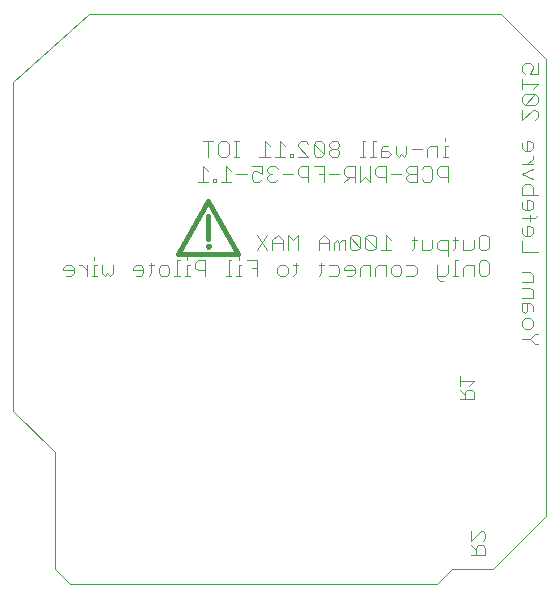
<source format=gbo>
G75*
%MOIN*%
%OFA0B0*%
%FSLAX25Y25*%
%IPPOS*%
%LPD*%
%AMOC8*
5,1,8,0,0,1.08239X$1,22.5*
%
%ADD10C,0.00000*%
%ADD11C,0.00400*%
%ADD12C,0.01600*%
%ADD13C,0.01000*%
D10*
X0189911Y0200358D02*
X0176161Y0214108D01*
X0176161Y0323988D01*
X0201321Y0346608D01*
X0338661Y0346608D01*
X0353661Y0331608D01*
X0353661Y0179108D01*
X0336161Y0161608D01*
X0322411Y0161608D01*
X0317411Y0156608D01*
X0194911Y0156608D01*
X0189911Y0161608D01*
X0189911Y0200358D01*
D11*
X0193746Y0259308D02*
X0195480Y0259308D01*
X0196348Y0260175D01*
X0196348Y0261910D01*
X0195480Y0262777D01*
X0193746Y0262777D01*
X0192878Y0261910D01*
X0192878Y0261042D01*
X0196348Y0261042D01*
X0198043Y0262777D02*
X0198910Y0262777D01*
X0200645Y0261042D01*
X0200645Y0259308D02*
X0200645Y0262777D01*
X0203215Y0262777D02*
X0203215Y0259308D01*
X0204082Y0259308D02*
X0202348Y0259308D01*
X0205769Y0260175D02*
X0205769Y0262777D01*
X0204082Y0262777D02*
X0203215Y0262777D01*
X0203215Y0264512D02*
X0203215Y0265379D01*
X0205769Y0260175D02*
X0206637Y0259308D01*
X0207504Y0260175D01*
X0208371Y0259308D01*
X0209239Y0260175D01*
X0209239Y0262777D01*
X0216082Y0261910D02*
X0216082Y0261042D01*
X0219552Y0261042D01*
X0219552Y0260175D02*
X0219552Y0261910D01*
X0218684Y0262777D01*
X0216949Y0262777D01*
X0216082Y0261910D01*
X0216949Y0259308D02*
X0218684Y0259308D01*
X0219552Y0260175D01*
X0221254Y0259308D02*
X0222122Y0260175D01*
X0222122Y0263645D01*
X0222989Y0262777D02*
X0221254Y0262777D01*
X0224676Y0261910D02*
X0224676Y0260175D01*
X0225543Y0259308D01*
X0227278Y0259308D01*
X0228146Y0260175D01*
X0228146Y0261910D01*
X0227278Y0262777D01*
X0225543Y0262777D01*
X0224676Y0261910D01*
X0229848Y0259308D02*
X0231583Y0259308D01*
X0230716Y0259308D02*
X0230716Y0264512D01*
X0231583Y0264512D01*
X0234153Y0264512D02*
X0234153Y0265379D01*
X0234153Y0262777D02*
X0234153Y0259308D01*
X0233286Y0259308D02*
X0235021Y0259308D01*
X0237575Y0261042D02*
X0240177Y0261042D01*
X0240177Y0259308D02*
X0240177Y0264512D01*
X0237575Y0264512D01*
X0236708Y0263645D01*
X0236708Y0261910D01*
X0237575Y0261042D01*
X0235021Y0262777D02*
X0234153Y0262777D01*
X0247036Y0259308D02*
X0248771Y0259308D01*
X0247904Y0259308D02*
X0247904Y0264512D01*
X0248771Y0264512D01*
X0251341Y0264512D02*
X0251341Y0265379D01*
X0251341Y0262777D02*
X0251341Y0259308D01*
X0250474Y0259308D02*
X0252209Y0259308D01*
X0252209Y0262777D02*
X0251341Y0262777D01*
X0253896Y0264512D02*
X0257365Y0264512D01*
X0257365Y0259308D01*
X0257365Y0261910D02*
X0255630Y0261910D01*
X0257333Y0267708D02*
X0260803Y0272912D01*
X0262490Y0271177D02*
X0262490Y0267708D01*
X0260803Y0267708D02*
X0257333Y0272912D01*
X0262490Y0271177D02*
X0264224Y0272912D01*
X0265959Y0271177D01*
X0265959Y0267708D01*
X0267646Y0267708D02*
X0267646Y0272912D01*
X0269381Y0271177D01*
X0271116Y0272912D01*
X0271116Y0267708D01*
X0270248Y0263645D02*
X0270248Y0260175D01*
X0269381Y0259308D01*
X0267678Y0260175D02*
X0267678Y0261910D01*
X0266811Y0262777D01*
X0265076Y0262777D01*
X0264208Y0261910D01*
X0264208Y0260175D01*
X0265076Y0259308D01*
X0266811Y0259308D01*
X0267678Y0260175D01*
X0269381Y0262777D02*
X0271116Y0262777D01*
X0265959Y0270310D02*
X0262490Y0270310D01*
X0277959Y0270310D02*
X0281428Y0270310D01*
X0281428Y0271177D02*
X0281428Y0267708D01*
X0283115Y0267708D02*
X0283115Y0270310D01*
X0283983Y0271177D01*
X0284850Y0270310D01*
X0284850Y0267708D01*
X0286585Y0267708D02*
X0286585Y0271177D01*
X0285717Y0271177D01*
X0284850Y0270310D01*
X0281428Y0271177D02*
X0279694Y0272912D01*
X0277959Y0271177D01*
X0277959Y0267708D01*
X0278842Y0263645D02*
X0278842Y0260175D01*
X0277975Y0259308D01*
X0281396Y0259308D02*
X0283999Y0259308D01*
X0284866Y0260175D01*
X0284866Y0261910D01*
X0283999Y0262777D01*
X0281396Y0262777D01*
X0279710Y0262777D02*
X0277975Y0262777D01*
X0286553Y0261910D02*
X0286553Y0261042D01*
X0290022Y0261042D01*
X0290022Y0260175D02*
X0290022Y0261910D01*
X0289155Y0262777D01*
X0287420Y0262777D01*
X0286553Y0261910D01*
X0287420Y0259308D02*
X0289155Y0259308D01*
X0290022Y0260175D01*
X0291709Y0259308D02*
X0291709Y0261910D01*
X0292577Y0262777D01*
X0295179Y0262777D01*
X0295179Y0259308D01*
X0296866Y0259308D02*
X0296866Y0261910D01*
X0297733Y0262777D01*
X0300335Y0262777D01*
X0300335Y0259308D01*
X0302022Y0260175D02*
X0302022Y0261910D01*
X0302889Y0262777D01*
X0304624Y0262777D01*
X0305492Y0261910D01*
X0305492Y0260175D01*
X0304624Y0259308D01*
X0302889Y0259308D01*
X0302022Y0260175D01*
X0307178Y0259308D02*
X0309781Y0259308D01*
X0310648Y0260175D01*
X0310648Y0261910D01*
X0309781Y0262777D01*
X0307178Y0262777D01*
X0308913Y0267708D02*
X0309781Y0268575D01*
X0309781Y0272045D01*
X0310648Y0271177D02*
X0308913Y0271177D01*
X0312335Y0271177D02*
X0312335Y0267708D01*
X0314937Y0267708D01*
X0315804Y0268575D01*
X0315804Y0271177D01*
X0317491Y0270310D02*
X0317491Y0268575D01*
X0318359Y0267708D01*
X0320961Y0267708D01*
X0322664Y0267708D02*
X0323531Y0268575D01*
X0323531Y0272045D01*
X0324398Y0271177D02*
X0322664Y0271177D01*
X0320961Y0271177D02*
X0320961Y0265973D01*
X0323531Y0264512D02*
X0323531Y0259308D01*
X0324398Y0259308D02*
X0322664Y0259308D01*
X0320961Y0260175D02*
X0320961Y0262777D01*
X0320961Y0260175D02*
X0320093Y0259308D01*
X0317491Y0259308D01*
X0317491Y0258440D02*
X0318359Y0257573D01*
X0319226Y0257573D01*
X0317491Y0258440D02*
X0317491Y0262777D01*
X0317491Y0270310D02*
X0318359Y0271177D01*
X0320961Y0271177D01*
X0326085Y0271177D02*
X0326085Y0267708D01*
X0328687Y0267708D01*
X0329555Y0268575D01*
X0329555Y0271177D01*
X0331241Y0272045D02*
X0332109Y0272912D01*
X0333844Y0272912D01*
X0334711Y0272045D01*
X0334711Y0268575D01*
X0333844Y0267708D01*
X0332109Y0267708D01*
X0331241Y0268575D01*
X0331241Y0272045D01*
X0332109Y0264512D02*
X0331241Y0263645D01*
X0331241Y0260175D01*
X0332109Y0259308D01*
X0333844Y0259308D01*
X0334711Y0260175D01*
X0334711Y0263645D01*
X0333844Y0264512D01*
X0332109Y0264512D01*
X0329555Y0262777D02*
X0326953Y0262777D01*
X0326085Y0261910D01*
X0326085Y0259308D01*
X0329555Y0259308D02*
X0329555Y0262777D01*
X0324398Y0264512D02*
X0323531Y0264512D01*
X0302054Y0267708D02*
X0298584Y0267708D01*
X0300319Y0267708D02*
X0300319Y0272912D01*
X0302054Y0271177D01*
X0296898Y0272045D02*
X0296898Y0268575D01*
X0293428Y0272045D01*
X0293428Y0268575D01*
X0294295Y0267708D01*
X0296030Y0267708D01*
X0296898Y0268575D01*
X0296898Y0272045D02*
X0296030Y0272912D01*
X0294295Y0272912D01*
X0293428Y0272045D01*
X0291741Y0272045D02*
X0291741Y0268575D01*
X0288272Y0272045D01*
X0288272Y0268575D01*
X0289139Y0267708D01*
X0290874Y0267708D01*
X0291741Y0268575D01*
X0291741Y0272045D02*
X0290874Y0272912D01*
X0289139Y0272912D01*
X0288272Y0272045D01*
X0286553Y0290558D02*
X0288288Y0292292D01*
X0287421Y0292292D02*
X0290023Y0292292D01*
X0290023Y0290558D02*
X0290023Y0295762D01*
X0287421Y0295762D01*
X0286553Y0294895D01*
X0286553Y0293160D01*
X0287421Y0292292D01*
X0284866Y0293160D02*
X0281397Y0293160D01*
X0279710Y0293160D02*
X0277975Y0293160D01*
X0279710Y0295762D02*
X0276240Y0295762D01*
X0274554Y0295762D02*
X0274554Y0290558D01*
X0274554Y0292292D02*
X0271951Y0292292D01*
X0271084Y0293160D01*
X0271084Y0294895D01*
X0271951Y0295762D01*
X0274554Y0295762D01*
X0274554Y0298958D02*
X0271084Y0302427D01*
X0271084Y0303295D01*
X0271951Y0304162D01*
X0273686Y0304162D01*
X0274554Y0303295D01*
X0276240Y0303295D02*
X0277108Y0304162D01*
X0278843Y0304162D01*
X0279710Y0303295D01*
X0279710Y0299825D01*
X0276240Y0303295D01*
X0276240Y0299825D01*
X0277108Y0298958D01*
X0278843Y0298958D01*
X0279710Y0299825D01*
X0281397Y0299825D02*
X0282264Y0298958D01*
X0283999Y0298958D01*
X0284866Y0299825D01*
X0284866Y0300692D01*
X0283999Y0301560D01*
X0282264Y0301560D01*
X0281397Y0300692D01*
X0281397Y0299825D01*
X0282264Y0301560D02*
X0281397Y0302427D01*
X0281397Y0303295D01*
X0282264Y0304162D01*
X0283999Y0304162D01*
X0284866Y0303295D01*
X0284866Y0302427D01*
X0283999Y0301560D01*
X0279710Y0295762D02*
X0279710Y0290558D01*
X0274554Y0298958D02*
X0271084Y0298958D01*
X0269397Y0298958D02*
X0268530Y0298958D01*
X0268530Y0299825D01*
X0269397Y0299825D01*
X0269397Y0298958D01*
X0266819Y0298958D02*
X0263349Y0298958D01*
X0261663Y0298958D02*
X0258193Y0298958D01*
X0259928Y0298958D02*
X0259928Y0304162D01*
X0261663Y0302427D01*
X0265084Y0304162D02*
X0265084Y0298958D01*
X0263373Y0295762D02*
X0261639Y0295762D01*
X0260771Y0294895D01*
X0260771Y0294027D01*
X0261639Y0293160D01*
X0260771Y0292292D01*
X0260771Y0291425D01*
X0261639Y0290558D01*
X0263373Y0290558D01*
X0264241Y0291425D01*
X0265928Y0293160D02*
X0269397Y0293160D01*
X0264241Y0294895D02*
X0263373Y0295762D01*
X0262506Y0293160D02*
X0261639Y0293160D01*
X0259084Y0293160D02*
X0259084Y0295762D01*
X0255615Y0295762D01*
X0256482Y0294027D02*
X0255615Y0293160D01*
X0255615Y0291425D01*
X0256482Y0290558D01*
X0258217Y0290558D01*
X0259084Y0291425D01*
X0259084Y0293160D02*
X0257350Y0294027D01*
X0256482Y0294027D01*
X0253928Y0293160D02*
X0250458Y0293160D01*
X0248772Y0294027D02*
X0247037Y0295762D01*
X0247037Y0290558D01*
X0248772Y0290558D02*
X0245302Y0290558D01*
X0243615Y0290558D02*
X0242748Y0290558D01*
X0242748Y0291425D01*
X0243615Y0291425D01*
X0243615Y0290558D01*
X0241037Y0290558D02*
X0237567Y0290558D01*
X0239302Y0290558D02*
X0239302Y0295762D01*
X0241037Y0294027D01*
X0241021Y0298958D02*
X0241021Y0304162D01*
X0242756Y0304162D02*
X0239286Y0304162D01*
X0244443Y0303295D02*
X0245310Y0304162D01*
X0247045Y0304162D01*
X0247912Y0303295D01*
X0247912Y0299825D01*
X0247045Y0298958D01*
X0245310Y0298958D01*
X0244443Y0299825D01*
X0244443Y0303295D01*
X0249615Y0304162D02*
X0251350Y0304162D01*
X0250482Y0304162D02*
X0250482Y0298958D01*
X0249615Y0298958D02*
X0251350Y0298958D01*
X0265084Y0304162D02*
X0266819Y0302427D01*
X0291726Y0298958D02*
X0293460Y0298958D01*
X0292593Y0298958D02*
X0292593Y0304162D01*
X0293460Y0304162D01*
X0296031Y0304162D02*
X0296031Y0298958D01*
X0296898Y0298958D02*
X0295163Y0298958D01*
X0295179Y0295762D02*
X0295179Y0290558D01*
X0293444Y0292292D01*
X0291710Y0290558D01*
X0291710Y0295762D01*
X0296866Y0294895D02*
X0296866Y0293160D01*
X0297733Y0292292D01*
X0300336Y0292292D01*
X0300336Y0290558D02*
X0300336Y0295762D01*
X0297733Y0295762D01*
X0296866Y0294895D01*
X0298585Y0298958D02*
X0301187Y0298958D01*
X0302054Y0299825D01*
X0301187Y0300692D01*
X0298585Y0300692D01*
X0298585Y0301560D02*
X0298585Y0298958D01*
X0298585Y0301560D02*
X0299452Y0302427D01*
X0301187Y0302427D01*
X0303741Y0302427D02*
X0303741Y0299825D01*
X0304609Y0298958D01*
X0305476Y0299825D01*
X0306343Y0298958D01*
X0307211Y0299825D01*
X0307211Y0302427D01*
X0308898Y0301560D02*
X0312367Y0301560D01*
X0314054Y0301560D02*
X0314054Y0298958D01*
X0314054Y0301560D02*
X0314921Y0302427D01*
X0317524Y0302427D01*
X0317524Y0298958D01*
X0319226Y0298958D02*
X0320961Y0298958D01*
X0320094Y0298958D02*
X0320094Y0302427D01*
X0320961Y0302427D01*
X0320094Y0304162D02*
X0320094Y0305029D01*
X0320961Y0295762D02*
X0318359Y0295762D01*
X0317491Y0294895D01*
X0317491Y0293160D01*
X0318359Y0292292D01*
X0320961Y0292292D01*
X0320961Y0290558D02*
X0320961Y0295762D01*
X0315805Y0294895D02*
X0315805Y0291425D01*
X0314937Y0290558D01*
X0313203Y0290558D01*
X0312335Y0291425D01*
X0310648Y0290558D02*
X0310648Y0295762D01*
X0308046Y0295762D01*
X0307179Y0294895D01*
X0307179Y0294027D01*
X0308046Y0293160D01*
X0310648Y0293160D01*
X0312335Y0294895D02*
X0313203Y0295762D01*
X0314937Y0295762D01*
X0315805Y0294895D01*
X0310648Y0290558D02*
X0308046Y0290558D01*
X0307179Y0291425D01*
X0307179Y0292292D01*
X0308046Y0293160D01*
X0305492Y0293160D02*
X0302022Y0293160D01*
X0296898Y0304162D02*
X0296031Y0304162D01*
X0345761Y0303471D02*
X0345761Y0301736D01*
X0346629Y0300869D01*
X0348363Y0300869D01*
X0349231Y0301736D01*
X0349231Y0303471D01*
X0348363Y0304339D01*
X0347496Y0304339D01*
X0347496Y0300869D01*
X0349231Y0299174D02*
X0349231Y0298307D01*
X0347496Y0296572D01*
X0345761Y0296572D02*
X0349231Y0296572D01*
X0349231Y0294885D02*
X0345761Y0293150D01*
X0349231Y0291416D01*
X0348363Y0289729D02*
X0349231Y0288861D01*
X0349231Y0286259D01*
X0350966Y0286259D02*
X0345761Y0286259D01*
X0345761Y0288861D01*
X0346629Y0289729D01*
X0348363Y0289729D01*
X0348363Y0284572D02*
X0347496Y0284572D01*
X0347496Y0281103D01*
X0348363Y0281103D02*
X0349231Y0281970D01*
X0349231Y0283705D01*
X0348363Y0284572D01*
X0345761Y0283705D02*
X0345761Y0281970D01*
X0346629Y0281103D01*
X0348363Y0281103D01*
X0348363Y0279400D02*
X0348363Y0277665D01*
X0348363Y0275978D02*
X0347496Y0275978D01*
X0347496Y0272509D01*
X0348363Y0272509D02*
X0349231Y0273376D01*
X0349231Y0275111D01*
X0348363Y0275978D01*
X0345761Y0275111D02*
X0345761Y0273376D01*
X0346629Y0272509D01*
X0348363Y0272509D01*
X0345761Y0270822D02*
X0345761Y0267352D01*
X0350966Y0267352D01*
X0348363Y0260509D02*
X0345761Y0260509D01*
X0348363Y0260509D02*
X0349231Y0259642D01*
X0349231Y0257040D01*
X0345761Y0257040D01*
X0345761Y0255353D02*
X0348363Y0255353D01*
X0349231Y0254485D01*
X0349231Y0251883D01*
X0345761Y0251883D01*
X0345761Y0250197D02*
X0345761Y0247594D01*
X0346629Y0246727D01*
X0347496Y0247594D01*
X0347496Y0250197D01*
X0348363Y0250197D02*
X0345761Y0250197D01*
X0348363Y0250197D02*
X0349231Y0249329D01*
X0349231Y0247594D01*
X0348363Y0245040D02*
X0346629Y0245040D01*
X0345761Y0244173D01*
X0345761Y0242438D01*
X0346629Y0241570D01*
X0348363Y0241570D01*
X0349231Y0242438D01*
X0349231Y0244173D01*
X0348363Y0245040D01*
X0350098Y0239884D02*
X0350966Y0239884D01*
X0350098Y0239884D02*
X0348363Y0238149D01*
X0345761Y0238149D01*
X0348363Y0238149D02*
X0350098Y0236414D01*
X0350966Y0236414D01*
X0329715Y0224196D02*
X0325111Y0224196D01*
X0325111Y0222662D02*
X0325111Y0225731D01*
X0328180Y0222662D02*
X0329715Y0224196D01*
X0328948Y0221127D02*
X0327413Y0221127D01*
X0326646Y0220360D01*
X0326646Y0218058D01*
X0326646Y0219592D02*
X0325111Y0221127D01*
X0325111Y0218058D02*
X0329715Y0218058D01*
X0329715Y0220360D01*
X0328948Y0221127D01*
X0328861Y0174023D02*
X0328861Y0170954D01*
X0331930Y0174023D01*
X0332698Y0174023D01*
X0333465Y0173256D01*
X0333465Y0171721D01*
X0332698Y0170954D01*
X0332698Y0169419D02*
X0331163Y0169419D01*
X0330396Y0168652D01*
X0330396Y0166350D01*
X0330396Y0167884D02*
X0328861Y0169419D01*
X0328861Y0166350D02*
X0333465Y0166350D01*
X0333465Y0168652D01*
X0332698Y0169419D01*
X0345761Y0278533D02*
X0350098Y0278533D01*
X0350966Y0279400D01*
X0350098Y0311182D02*
X0350966Y0312049D01*
X0350966Y0313784D01*
X0350098Y0314651D01*
X0349231Y0314651D01*
X0345761Y0311182D01*
X0345761Y0314651D01*
X0346629Y0316338D02*
X0350098Y0319808D01*
X0346629Y0319808D01*
X0345761Y0318940D01*
X0345761Y0317206D01*
X0346629Y0316338D01*
X0350098Y0316338D01*
X0350966Y0317206D01*
X0350966Y0318940D01*
X0350098Y0319808D01*
X0349231Y0321495D02*
X0350966Y0323229D01*
X0345761Y0323229D01*
X0345761Y0321495D02*
X0345761Y0324964D01*
X0346629Y0326651D02*
X0345761Y0327518D01*
X0345761Y0329253D01*
X0346629Y0330121D01*
X0348363Y0330121D01*
X0349231Y0329253D01*
X0349231Y0328386D01*
X0348363Y0326651D01*
X0350966Y0326651D01*
X0350966Y0330121D01*
D12*
X0251161Y0266608D02*
X0241161Y0284108D01*
X0231161Y0266608D01*
X0251161Y0266608D01*
X0241161Y0271608D02*
X0241161Y0279108D01*
D13*
X0240661Y0269108D02*
X0240663Y0269152D01*
X0240669Y0269196D01*
X0240679Y0269239D01*
X0240692Y0269281D01*
X0240709Y0269322D01*
X0240730Y0269361D01*
X0240754Y0269398D01*
X0240781Y0269433D01*
X0240811Y0269465D01*
X0240844Y0269495D01*
X0240880Y0269521D01*
X0240917Y0269545D01*
X0240957Y0269564D01*
X0240998Y0269581D01*
X0241041Y0269593D01*
X0241084Y0269602D01*
X0241128Y0269607D01*
X0241172Y0269608D01*
X0241216Y0269605D01*
X0241260Y0269598D01*
X0241303Y0269587D01*
X0241345Y0269573D01*
X0241385Y0269555D01*
X0241424Y0269533D01*
X0241460Y0269509D01*
X0241494Y0269481D01*
X0241526Y0269450D01*
X0241555Y0269416D01*
X0241581Y0269380D01*
X0241603Y0269342D01*
X0241622Y0269302D01*
X0241637Y0269260D01*
X0241649Y0269218D01*
X0241657Y0269174D01*
X0241661Y0269130D01*
X0241661Y0269086D01*
X0241657Y0269042D01*
X0241649Y0268998D01*
X0241637Y0268956D01*
X0241622Y0268914D01*
X0241603Y0268874D01*
X0241581Y0268836D01*
X0241555Y0268800D01*
X0241526Y0268766D01*
X0241494Y0268735D01*
X0241460Y0268707D01*
X0241424Y0268683D01*
X0241385Y0268661D01*
X0241345Y0268643D01*
X0241303Y0268629D01*
X0241260Y0268618D01*
X0241216Y0268611D01*
X0241172Y0268608D01*
X0241128Y0268609D01*
X0241084Y0268614D01*
X0241041Y0268623D01*
X0240998Y0268635D01*
X0240957Y0268652D01*
X0240917Y0268671D01*
X0240880Y0268695D01*
X0240844Y0268721D01*
X0240811Y0268751D01*
X0240781Y0268783D01*
X0240754Y0268818D01*
X0240730Y0268855D01*
X0240709Y0268894D01*
X0240692Y0268935D01*
X0240679Y0268977D01*
X0240669Y0269020D01*
X0240663Y0269064D01*
X0240661Y0269108D01*
M02*

</source>
